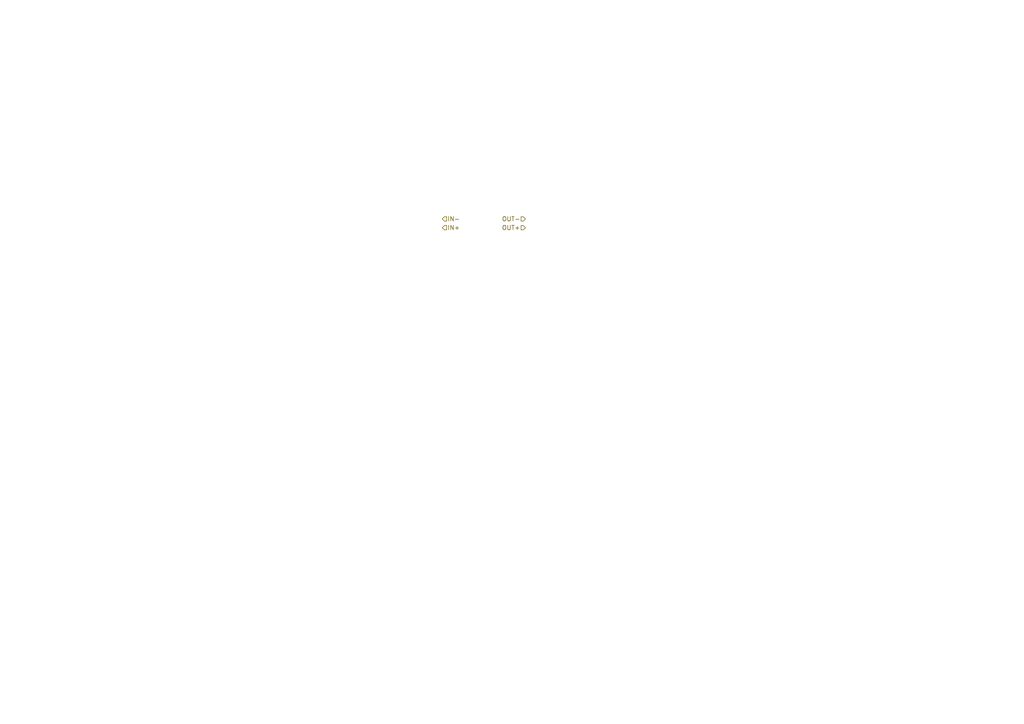
<source format=kicad_sch>
(kicad_sch
	(version 20231120)
	(generator "eeschema")
	(generator_version "8.0")
	(uuid "ef776dfe-c401-4486-8091-2039a2d643db")
	(paper "A4")
	(lib_symbols)
	(hierarchical_label "OUT-"
		(shape input)
		(at 152.4 63.5 180)
		(effects
			(font
				(size 1.27 1.27)
			)
			(justify right)
		)
		(uuid "32c27bf5-3f2a-4f1d-8a33-f73a58c0eeb0")
	)
	(hierarchical_label "IN-"
		(shape input)
		(at 128.27 63.5 0)
		(effects
			(font
				(size 1.27 1.27)
			)
			(justify left)
		)
		(uuid "4b286187-1c10-4817-8e76-98956d5a0655")
	)
	(hierarchical_label "IN+"
		(shape input)
		(at 128.27 66.04 0)
		(effects
			(font
				(size 1.27 1.27)
			)
			(justify left)
		)
		(uuid "55a7e9e8-d9e1-4c01-886e-ef25e3cd92df")
	)
	(hierarchical_label "OUT+"
		(shape input)
		(at 152.4 66.04 180)
		(effects
			(font
				(size 1.27 1.27)
			)
			(justify right)
		)
		(uuid "5c16fd26-8458-4ac0-a288-5357e40e7f2f")
	)
)

</source>
